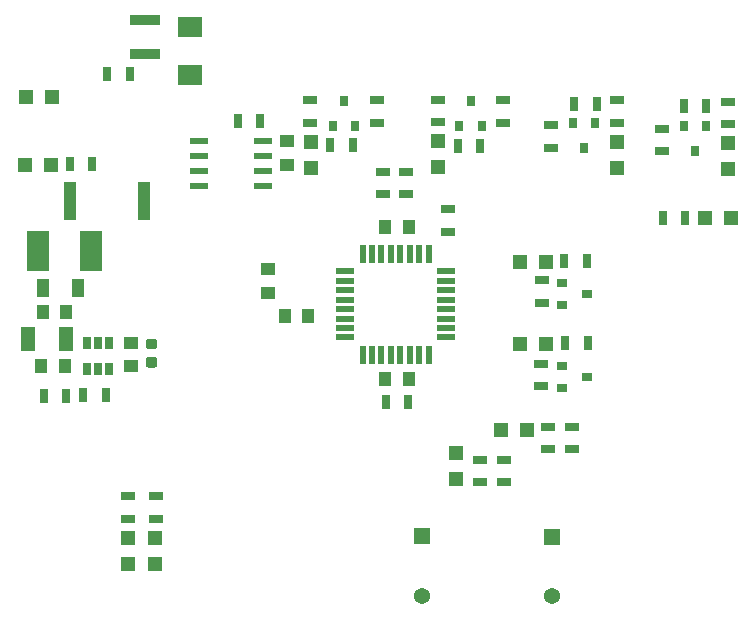
<source format=gtp>
G04 #@! TF.GenerationSoftware,KiCad,Pcbnew,5.0.0-fee4fd1~66~ubuntu16.04.1*
G04 #@! TF.CreationDate,2019-04-14T05:53:46-04:00*
G04 #@! TF.ProjectId,AIR_Control_Board,4149525F436F6E74726F6C5F426F6172,rev?*
G04 #@! TF.SameCoordinates,Original*
G04 #@! TF.FileFunction,Paste,Top*
G04 #@! TF.FilePolarity,Positive*
%FSLAX46Y46*%
G04 Gerber Fmt 4.6, Leading zero omitted, Abs format (unit mm)*
G04 Created by KiCad (PCBNEW 5.0.0-fee4fd1~66~ubuntu16.04.1) date Sun Apr 14 05:53:46 2019*
%MOMM*%
%LPD*%
G01*
G04 APERTURE LIST*
%ADD10R,1.000000X3.200000*%
%ADD11R,1.000000X1.600000*%
%ADD12C,1.371600*%
%ADD13R,1.371600X1.371600*%
%ADD14R,1.300000X0.700000*%
%ADD15R,1.550000X0.600000*%
%ADD16R,1.200000X1.200000*%
%ADD17R,1.000000X1.250000*%
%ADD18R,0.700000X1.300000*%
%ADD19R,0.900000X0.800000*%
%ADD20R,0.800000X0.900000*%
%ADD21R,2.159000X1.778000*%
%ADD22R,1.600000X0.550000*%
%ADD23R,0.550000X1.600000*%
%ADD24R,1.250000X1.000000*%
%ADD25R,2.500000X0.900000*%
%ADD26C,0.100000*%
%ADD27C,0.875000*%
%ADD28R,1.200000X2.000000*%
%ADD29R,0.650000X1.060000*%
%ADD30R,1.900000X3.400000*%
G04 APERTURE END LIST*
D10*
G04 #@! TO.C,R30*
X129880000Y-100910000D03*
X136080000Y-100910000D03*
G04 #@! TD*
D11*
G04 #@! TO.C,C8*
X130540000Y-108260000D03*
X127540000Y-108260000D03*
G04 #@! TD*
D12*
G04 #@! TO.C,C1*
X170688000Y-134366000D03*
D13*
X170688000Y-129362200D03*
G04 #@! TD*
D12*
G04 #@! TO.C,C2*
X159689800Y-134315200D03*
D13*
X159689800Y-129311400D03*
G04 #@! TD*
D14*
G04 #@! TO.C,R33*
X158267400Y-98442700D03*
X158267400Y-100342700D03*
G04 #@! TD*
D15*
G04 #@! TO.C,U1*
X140777465Y-99635642D03*
X140777465Y-98365642D03*
X140777465Y-97095642D03*
X140777465Y-95825642D03*
X146177465Y-95825642D03*
X146177465Y-97095642D03*
X146177465Y-98365642D03*
X146177465Y-99635642D03*
G04 #@! TD*
D16*
G04 #@! TO.C,D1*
X166306500Y-120307100D03*
X168506500Y-120307100D03*
G04 #@! TD*
G04 #@! TO.C,D14*
X126044600Y-97840800D03*
X128244600Y-97840800D03*
G04 #@! TD*
D14*
G04 #@! TO.C,R13*
X179959000Y-96708000D03*
X179959000Y-94808000D03*
G04 #@! TD*
D17*
G04 #@! TO.C,C4*
X158556200Y-103149400D03*
X156556200Y-103149400D03*
G04 #@! TD*
D18*
G04 #@! TO.C,R10*
X181803000Y-92837000D03*
X183703000Y-92837000D03*
G04 #@! TD*
G04 #@! TO.C,R15*
X181925000Y-102362000D03*
X180025000Y-102362000D03*
G04 #@! TD*
D14*
G04 #@! TO.C,R16*
X150177500Y-94292500D03*
X150177500Y-92392500D03*
G04 #@! TD*
G04 #@! TO.C,R14*
X170561000Y-96388000D03*
X170561000Y-94488000D03*
G04 #@! TD*
D19*
G04 #@! TO.C,Q2*
X173579500Y-108775500D03*
X171479500Y-109725500D03*
X171479500Y-107825500D03*
G04 #@! TD*
D18*
G04 #@! TO.C,R22*
X133009600Y-90170000D03*
X134909600Y-90170000D03*
G04 #@! TD*
D14*
G04 #@! TO.C,R29*
X137109200Y-127807800D03*
X137109200Y-125907800D03*
G04 #@! TD*
G04 #@! TO.C,R31*
X161848800Y-103515200D03*
X161848800Y-101615200D03*
G04 #@! TD*
D16*
G04 #@! TO.C,D3*
X167980000Y-113030000D03*
X170180000Y-113030000D03*
G04 #@! TD*
G04 #@! TO.C,D9*
X160972500Y-98044000D03*
X160972500Y-95844000D03*
G04 #@! TD*
D18*
G04 #@! TO.C,R23*
X156580800Y-117919500D03*
X158480800Y-117919500D03*
G04 #@! TD*
G04 #@! TO.C,R19*
X164589500Y-96266000D03*
X162689500Y-96266000D03*
G04 #@! TD*
D20*
G04 #@! TO.C,Q5*
X153035000Y-92422000D03*
X153985000Y-94522000D03*
X152085000Y-94522000D03*
G04 #@! TD*
D14*
G04 #@! TO.C,R21*
X166497000Y-94295000D03*
X166497000Y-92395000D03*
G04 #@! TD*
D18*
G04 #@! TO.C,R24*
X144033200Y-94132400D03*
X145933200Y-94132400D03*
G04 #@! TD*
D21*
G04 #@! TO.C,D10*
X140004800Y-86207600D03*
X140004800Y-90271600D03*
G04 #@! TD*
D16*
G04 #@! TO.C,D11*
X126120000Y-92100400D03*
X128320000Y-92100400D03*
G04 #@! TD*
D19*
G04 #@! TO.C,Q1*
X173579500Y-115824000D03*
X171479500Y-116774000D03*
X171479500Y-114874000D03*
G04 #@! TD*
D16*
G04 #@! TO.C,D12*
X134772400Y-131681400D03*
X134772400Y-129481400D03*
G04 #@! TD*
G04 #@! TO.C,D8*
X150241000Y-98085000D03*
X150241000Y-95885000D03*
G04 #@! TD*
D14*
G04 #@! TO.C,R34*
X156337000Y-98427500D03*
X156337000Y-100327500D03*
G04 #@! TD*
D18*
G04 #@! TO.C,R11*
X172532000Y-92710000D03*
X174432000Y-92710000D03*
G04 #@! TD*
D14*
G04 #@! TO.C,R6*
X166611300Y-124736900D03*
X166611300Y-122836900D03*
G04 #@! TD*
G04 #@! TO.C,R1*
X170345100Y-121942900D03*
X170345100Y-120042900D03*
G04 #@! TD*
G04 #@! TO.C,R7*
X169799000Y-109537500D03*
X169799000Y-107637500D03*
G04 #@! TD*
G04 #@! TO.C,R27*
X134772400Y-127807800D03*
X134772400Y-125907800D03*
G04 #@! TD*
D16*
G04 #@! TO.C,D5*
X176149000Y-98085000D03*
X176149000Y-95885000D03*
G04 #@! TD*
D14*
G04 #@! TO.C,R17*
X160972500Y-94229000D03*
X160972500Y-92329000D03*
G04 #@! TD*
D18*
G04 #@! TO.C,R18*
X153794500Y-96202500D03*
X151894500Y-96202500D03*
G04 #@! TD*
D22*
G04 #@! TO.C,IC1*
X161666500Y-106864500D03*
X161666500Y-107664500D03*
X161666500Y-108464500D03*
X161666500Y-109264500D03*
X161666500Y-110064500D03*
X161666500Y-110864500D03*
X161666500Y-111664500D03*
X161666500Y-112464500D03*
D23*
X160216500Y-113914500D03*
X159416500Y-113914500D03*
X158616500Y-113914500D03*
X157816500Y-113914500D03*
X157016500Y-113914500D03*
X156216500Y-113914500D03*
X155416500Y-113914500D03*
X154616500Y-113914500D03*
D22*
X153166500Y-112464500D03*
X153166500Y-111664500D03*
X153166500Y-110864500D03*
X153166500Y-110064500D03*
X153166500Y-109264500D03*
X153166500Y-108464500D03*
X153166500Y-107664500D03*
X153166500Y-106864500D03*
D23*
X154616500Y-105414500D03*
X155416500Y-105414500D03*
X156216500Y-105414500D03*
X157016500Y-105414500D03*
X157816500Y-105414500D03*
X158616500Y-105414500D03*
X159416500Y-105414500D03*
X160216500Y-105414500D03*
G04 #@! TD*
D16*
G04 #@! TO.C,D13*
X137058400Y-131663800D03*
X137058400Y-129463800D03*
G04 #@! TD*
G04 #@! TO.C,D6*
X167916500Y-106045000D03*
X170116500Y-106045000D03*
G04 #@! TD*
D20*
G04 #@! TO.C,Q3*
X182753000Y-96681000D03*
X181803000Y-94581000D03*
X183703000Y-94581000D03*
G04 #@! TD*
D18*
G04 #@! TO.C,R32*
X129844800Y-97790000D03*
X131744800Y-97790000D03*
G04 #@! TD*
D14*
G04 #@! TO.C,R20*
X155829000Y-94295000D03*
X155829000Y-92395000D03*
G04 #@! TD*
D20*
G04 #@! TO.C,Q6*
X163766500Y-92422000D03*
X164716500Y-94522000D03*
X162816500Y-94522000D03*
G04 #@! TD*
D17*
G04 #@! TO.C,C6*
X158543500Y-116001800D03*
X156543500Y-116001800D03*
G04 #@! TD*
D16*
G04 #@! TO.C,D4*
X185547000Y-98171000D03*
X185547000Y-95971000D03*
G04 #@! TD*
D14*
G04 #@! TO.C,R8*
X185547000Y-94422000D03*
X185547000Y-92522000D03*
G04 #@! TD*
D20*
G04 #@! TO.C,Q4*
X173355000Y-96427000D03*
X172405000Y-94327000D03*
X174305000Y-94327000D03*
G04 #@! TD*
D17*
G04 #@! TO.C,C11*
X148012400Y-110642400D03*
X150012400Y-110642400D03*
G04 #@! TD*
D24*
G04 #@! TO.C,C12*
X146608800Y-108661200D03*
X146608800Y-106661200D03*
G04 #@! TD*
D16*
G04 #@! TO.C,D2*
X162560000Y-124485400D03*
X162560000Y-122285400D03*
G04 #@! TD*
D25*
G04 #@! TO.C,F1*
X136194800Y-88470400D03*
X136194800Y-85570400D03*
G04 #@! TD*
D14*
G04 #@! TO.C,R2*
X172364400Y-121930200D03*
X172364400Y-120030200D03*
G04 #@! TD*
G04 #@! TO.C,R3*
X164579300Y-124734400D03*
X164579300Y-122834400D03*
G04 #@! TD*
D18*
G04 #@! TO.C,R12*
X171704000Y-105981500D03*
X173604000Y-105981500D03*
G04 #@! TD*
G04 #@! TO.C,R4*
X171770000Y-112966500D03*
X173670000Y-112966500D03*
G04 #@! TD*
D14*
G04 #@! TO.C,R5*
X169735500Y-116583500D03*
X169735500Y-114683500D03*
G04 #@! TD*
D24*
G04 #@! TO.C,C3*
X148209000Y-97859600D03*
X148209000Y-95859600D03*
G04 #@! TD*
D16*
G04 #@! TO.C,D7*
X185801000Y-102362000D03*
X183601000Y-102362000D03*
G04 #@! TD*
D14*
G04 #@! TO.C,R9*
X176149000Y-94295000D03*
X176149000Y-92395000D03*
G04 #@! TD*
D26*
G04 #@! TO.C,C13*
G36*
X137017691Y-112558553D02*
X137038926Y-112561703D01*
X137059750Y-112566919D01*
X137079962Y-112574151D01*
X137099368Y-112583330D01*
X137117781Y-112594366D01*
X137135024Y-112607154D01*
X137150930Y-112621570D01*
X137165346Y-112637476D01*
X137178134Y-112654719D01*
X137189170Y-112673132D01*
X137198349Y-112692538D01*
X137205581Y-112712750D01*
X137210797Y-112733574D01*
X137213947Y-112754809D01*
X137215000Y-112776250D01*
X137215000Y-113213750D01*
X137213947Y-113235191D01*
X137210797Y-113256426D01*
X137205581Y-113277250D01*
X137198349Y-113297462D01*
X137189170Y-113316868D01*
X137178134Y-113335281D01*
X137165346Y-113352524D01*
X137150930Y-113368430D01*
X137135024Y-113382846D01*
X137117781Y-113395634D01*
X137099368Y-113406670D01*
X137079962Y-113415849D01*
X137059750Y-113423081D01*
X137038926Y-113428297D01*
X137017691Y-113431447D01*
X136996250Y-113432500D01*
X136483750Y-113432500D01*
X136462309Y-113431447D01*
X136441074Y-113428297D01*
X136420250Y-113423081D01*
X136400038Y-113415849D01*
X136380632Y-113406670D01*
X136362219Y-113395634D01*
X136344976Y-113382846D01*
X136329070Y-113368430D01*
X136314654Y-113352524D01*
X136301866Y-113335281D01*
X136290830Y-113316868D01*
X136281651Y-113297462D01*
X136274419Y-113277250D01*
X136269203Y-113256426D01*
X136266053Y-113235191D01*
X136265000Y-113213750D01*
X136265000Y-112776250D01*
X136266053Y-112754809D01*
X136269203Y-112733574D01*
X136274419Y-112712750D01*
X136281651Y-112692538D01*
X136290830Y-112673132D01*
X136301866Y-112654719D01*
X136314654Y-112637476D01*
X136329070Y-112621570D01*
X136344976Y-112607154D01*
X136362219Y-112594366D01*
X136380632Y-112583330D01*
X136400038Y-112574151D01*
X136420250Y-112566919D01*
X136441074Y-112561703D01*
X136462309Y-112558553D01*
X136483750Y-112557500D01*
X136996250Y-112557500D01*
X137017691Y-112558553D01*
X137017691Y-112558553D01*
G37*
D27*
X136740000Y-112995000D03*
D26*
G36*
X137017691Y-114133553D02*
X137038926Y-114136703D01*
X137059750Y-114141919D01*
X137079962Y-114149151D01*
X137099368Y-114158330D01*
X137117781Y-114169366D01*
X137135024Y-114182154D01*
X137150930Y-114196570D01*
X137165346Y-114212476D01*
X137178134Y-114229719D01*
X137189170Y-114248132D01*
X137198349Y-114267538D01*
X137205581Y-114287750D01*
X137210797Y-114308574D01*
X137213947Y-114329809D01*
X137215000Y-114351250D01*
X137215000Y-114788750D01*
X137213947Y-114810191D01*
X137210797Y-114831426D01*
X137205581Y-114852250D01*
X137198349Y-114872462D01*
X137189170Y-114891868D01*
X137178134Y-114910281D01*
X137165346Y-114927524D01*
X137150930Y-114943430D01*
X137135024Y-114957846D01*
X137117781Y-114970634D01*
X137099368Y-114981670D01*
X137079962Y-114990849D01*
X137059750Y-114998081D01*
X137038926Y-115003297D01*
X137017691Y-115006447D01*
X136996250Y-115007500D01*
X136483750Y-115007500D01*
X136462309Y-115006447D01*
X136441074Y-115003297D01*
X136420250Y-114998081D01*
X136400038Y-114990849D01*
X136380632Y-114981670D01*
X136362219Y-114970634D01*
X136344976Y-114957846D01*
X136329070Y-114943430D01*
X136314654Y-114927524D01*
X136301866Y-114910281D01*
X136290830Y-114891868D01*
X136281651Y-114872462D01*
X136274419Y-114852250D01*
X136269203Y-114831426D01*
X136266053Y-114810191D01*
X136265000Y-114788750D01*
X136265000Y-114351250D01*
X136266053Y-114329809D01*
X136269203Y-114308574D01*
X136274419Y-114287750D01*
X136281651Y-114267538D01*
X136290830Y-114248132D01*
X136301866Y-114229719D01*
X136314654Y-114212476D01*
X136329070Y-114196570D01*
X136344976Y-114182154D01*
X136362219Y-114169366D01*
X136380632Y-114158330D01*
X136400038Y-114149151D01*
X136420250Y-114141919D01*
X136441074Y-114136703D01*
X136462309Y-114133553D01*
X136483750Y-114132500D01*
X136996250Y-114132500D01*
X137017691Y-114133553D01*
X137017691Y-114133553D01*
G37*
D27*
X136740000Y-114570000D03*
G04 #@! TD*
D24*
G04 #@! TO.C,C5*
X135010000Y-112898000D03*
X135010000Y-114898000D03*
G04 #@! TD*
D17*
G04 #@! TO.C,C7*
X129422000Y-114898000D03*
X127422000Y-114898000D03*
G04 #@! TD*
G04 #@! TO.C,C10*
X129540000Y-110340000D03*
X127540000Y-110340000D03*
G04 #@! TD*
D18*
G04 #@! TO.C,R26*
X127620000Y-117390000D03*
X129520000Y-117390000D03*
G04 #@! TD*
G04 #@! TO.C,R28*
X132860000Y-117360000D03*
X130960000Y-117360000D03*
G04 #@! TD*
D28*
G04 #@! TO.C,L1*
X126298000Y-112612000D03*
X129498000Y-112612000D03*
G04 #@! TD*
D29*
G04 #@! TO.C,U2*
X131266000Y-115152000D03*
X132216000Y-115152000D03*
X133166000Y-115152000D03*
X133166000Y-112952000D03*
X131266000Y-112952000D03*
X132216000Y-112952000D03*
G04 #@! TD*
D30*
G04 #@! TO.C,C9*
X131620000Y-105150000D03*
X127120000Y-105150000D03*
G04 #@! TD*
M02*

</source>
